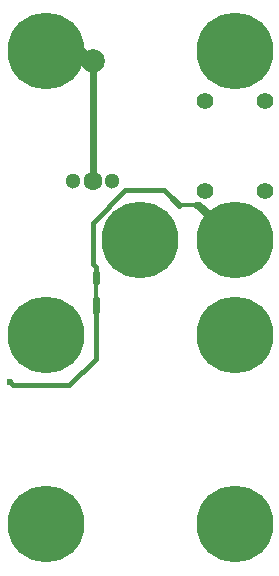
<source format=gbl>
G04 #@! TF.FileFunction,Copper,L2,Bot,Signal*
%FSLAX46Y46*%
G04 Gerber Fmt 4.6, Leading zero omitted, Abs format (unit mm)*
G04 Created by KiCad (PCBNEW (2015-08-15 BZR 6092)-product) date 2/28/2016 1:55:58 PM*
%MOMM*%
G01*
G04 APERTURE LIST*
%ADD10C,0.100000*%
%ADD11C,1.300000*%
%ADD12C,1.600000*%
%ADD13C,2.000000*%
%ADD14C,6.500000*%
%ADD15C,1.397000*%
%ADD16C,0.600000*%
%ADD17C,0.609600*%
%ADD18C,0.406400*%
%ADD19C,0.304800*%
G04 APERTURE END LIST*
D10*
D11*
X153650000Y-75000000D03*
D12*
X152000000Y-75000000D03*
D11*
X150350000Y-75000000D03*
D13*
X152000000Y-64800000D03*
D14*
X164000000Y-104000000D03*
X164000000Y-64000000D03*
X148000000Y-64000000D03*
X164000000Y-80000000D03*
X156000000Y-80000000D03*
X164000000Y-88000000D03*
X148000000Y-88000000D03*
X148000000Y-104000000D03*
D15*
X166540000Y-75810000D03*
X161460000Y-75810000D03*
X166540000Y-68190000D03*
X161460000Y-68190000D03*
D16*
X145000000Y-92000000D03*
X152250000Y-86000000D03*
D17*
X152000000Y-64800000D02*
X152000000Y-75000000D01*
X148000000Y-64000000D02*
X151200000Y-64000000D01*
X151200000Y-64000000D02*
X152000000Y-64800000D01*
D18*
X152250000Y-82750000D02*
X152250000Y-82250000D01*
X152000000Y-78500000D02*
X152000000Y-82000000D01*
X154750000Y-75750000D02*
X152000000Y-78500000D01*
X158000000Y-75750000D02*
X154750000Y-75750000D01*
D19*
X160750000Y-77000000D02*
X159250000Y-77000000D01*
D18*
X158750000Y-76500000D02*
X158000000Y-75750000D01*
D17*
X159250000Y-77000000D02*
X158750000Y-76500000D01*
D19*
X152250000Y-83500000D02*
X152250000Y-85000000D01*
D17*
X152250000Y-85000000D02*
X152250000Y-86000000D01*
X152250000Y-82750000D02*
X152250000Y-83500000D01*
D18*
X152250000Y-82250000D02*
X152000000Y-82000000D01*
D17*
X160750000Y-77000000D02*
X161000000Y-77000000D01*
X161000000Y-77000000D02*
X164000000Y-80000000D01*
D18*
X163750000Y-80000000D02*
X160750000Y-77000000D01*
X152250000Y-90000000D02*
X152250000Y-86000000D01*
X150000000Y-92250000D02*
X152250000Y-90000000D01*
X145250000Y-92250000D02*
X150000000Y-92250000D01*
X145000000Y-92000000D02*
X145250000Y-92250000D01*
X164000000Y-80000000D02*
X163750000Y-80000000D01*
M02*

</source>
